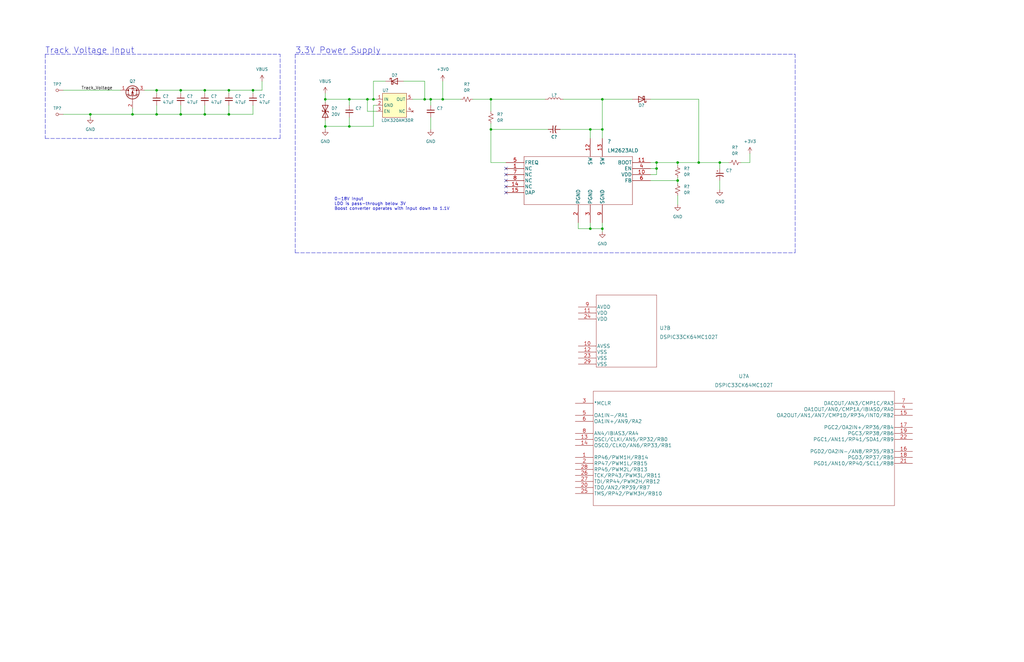
<source format=kicad_sch>
(kicad_sch (version 20211123) (generator eeschema)
  (paper "B")
  (title_block (title "DSPIC33CK_Slot_Car_ESC") (date "2022-02-21") (rev "0") (company "OberTechniks"))
  (lib_symbols
    (symbol "2022-02-21_23-12-01:DSPIC33CK64MC102T" (pin_names (offset 0.254))
      (property "Reference" "U" (at 1.27 6.35 0))
      (property "Value" "DSPIC33CK64MC102T" (at 12.7 1.27 0))
      (symbol "DSPIC33CK64MC102T_1_1"
        (polyline (pts (xy 0 -48.26) (xy 127 -48.26)) (stroke (width 0.127)))
        (polyline (pts (xy 0 0) (xy 0 -48.26)) (stroke (width 0.127)))
        (polyline (pts (xy 127 -48.26) (xy 127 0)) (stroke (width 0.127)))
        (polyline (pts (xy 127 0) (xy 0 0)) (stroke (width 0.127)))
        (pin bidirectional line (at -7.62 -27.94 0) (length 7.62) (name "RP46/PWM1H/RB14") (number "1"))
        (pin bidirectional line (at -7.62 -20.32 0) (length 7.62) (name "OSCI/CLKI/AN5/RP32/RB0") (number "13"))
        (pin bidirectional line (at -7.62 -22.86 0) (length 7.62) (name "OSCO/CLKO/AN6/RP33/RB1") (number "14"))
        (pin bidirectional line (at 134.62 -10.16 180) (length 7.62) (name "OA2OUT/AN1/AN7/CMP1D/RP34/INT0/RB2") (number "15"))
        (pin bidirectional line (at 134.62 -25.4 180) (length 7.62) (name "PGD2/OA2IN-/AN8/RP35/RB3") (number "16"))
        (pin bidirectional line (at 134.62 -15.24 180) (length 7.62) (name "PGC2/OA2IN+/RP36/RB4") (number "17"))
        (pin bidirectional line (at 134.62 -27.94 180) (length 7.62) (name "PGD3/RP37/RB5") (number "18"))
        (pin bidirectional line (at 134.62 -17.78 180) (length 7.62) (name "PGC3/RP38/RB6") (number "19"))
        (pin bidirectional line (at -7.62 -30.48 0) (length 7.62) (name "RP47/PWM1L/RB15") (number "2"))
        (pin bidirectional line (at -7.62 -40.64 0) (length 7.62) (name "TDO/AN2/RP39/RB7") (number "20"))
        (pin bidirectional line (at 134.62 -30.48 180) (length 7.62) (name "PGD1/AN10/RP40/SCL1/RB8") (number "21"))
        (pin bidirectional line (at 134.62 -20.32 180) (length 7.62) (name "PGC1/AN11/RP41/SDA1/RB9") (number "22"))
        (pin bidirectional line (at -7.62 -43.18 0) (length 7.62) (name "TMS/RP42/PWM3H/RB10") (number "25"))
        (pin bidirectional line (at -7.62 -35.56 0) (length 7.62) (name "TCK/RP43/PWM3L/RB11") (number "26"))
        (pin bidirectional line (at -7.62 -38.1 0) (length 7.62) (name "TDI/RP44/PWM2H/RB12") (number "27"))
        (pin bidirectional line (at -7.62 -33.02 0) (length 7.62) (name "RP45/PWM2L/RB13") (number "28"))
        (pin input line (at -7.62 -5.08 0) (length 7.62) (name "*MCLR") (number "3"))
        (pin bidirectional line (at 134.62 -7.62 180) (length 7.62) (name "OA1OUT/AN0/CMP1A/IBIAS0/RA0") (number "4"))
        (pin bidirectional line (at -7.62 -10.16 0) (length 7.62) (name "OA1IN-/RA1") (number "5"))
        (pin bidirectional line (at -7.62 -12.7 0) (length 7.62) (name "OA1IN+/AN9/RA2") (number "6"))
        (pin bidirectional line (at 134.62 -5.08 180) (length 7.62) (name "DACOUT/AN3/CMP1C/RA3") (number "7"))
        (pin bidirectional line (at -7.62 -17.78 0) (length 7.62) (name "AN4/IBIAS3/RA4") (number "8"))
      )
      (symbol "DSPIC33CK64MC102T_2_1"
        (polyline (pts (xy 0 -30.48) (xy 25.4 -30.48)) (stroke (width 0.127)))
        (polyline (pts (xy 0 0) (xy 0 -30.48)) (stroke (width 0.127)))
        (polyline (pts (xy 25.4 -30.48) (xy 25.4 0)) (stroke (width 0.127)))
        (polyline (pts (xy 25.4 0) (xy 0 0)) (stroke (width 0.127)))
        (pin power_in line (at -7.62 -21.59 0) (length 7.62) (name "AVSS") (number "10"))
        (pin power_in line (at -7.62 -7.62 0) (length 7.62) (name "VDD") (number "11"))
        (pin power_in line (at -7.62 -24.13 0) (length 7.62) (name "VSS") (number "12"))
        (pin power_in line (at -7.62 -26.67 0) (length 7.62) (name "VSS") (number "23"))
        (pin power_in line (at -7.62 -10.16 0) (length 7.62) (name "VDD") (number "24"))
        (pin power_in line (at -7.62 -29.21 0) (length 7.62) (name "VSS") (number "29"))
        (pin power_in line (at -7.62 -5.08 0) (length 7.62) (name "AVDD") (number "9"))
      )
    )
    (symbol "2022-02-26_02-50-42:LM2623ALD" (pin_names (offset 0.254))
      (property "Value" "LM2623ALD" (at 7.62 5.08 0))
      (symbol "LM2623ALD_1_1"
        (polyline (pts (xy 0 -20.32) (xy 0 0)))
        (polyline (pts (xy 0 -20.32) (xy 45.72 -20.32)) (stroke (width 0.127)))
        (polyline (pts (xy 45.72 -20.32) (xy 45.72 0)))
        (polyline (pts (xy 45.72 0) (xy 0 0)) (stroke (width 0.127)))
        (pin passive line (at -7.62 -5.08 0) (length 7.62) (name "NC") (number "1"))
        (pin power_in line (at 53.34 -7.62 180) (length 7.62) (name "VDD") (number "10"))
        (pin passive line (at 53.34 -2.54 180) (length 7.62) (name "BOOT") (number "11"))
        (pin unspecified line (at 27.94 7.62 270) (length 7.62) (name "SW") (number "12"))
        (pin unspecified line (at 33.02 7.62 270) (length 7.62) (name "SW") (number "13"))
        (pin passive line (at -7.62 -12.7 0) (length 7.62) (name "NC") (number "14"))
        (pin power_in line (at -7.62 -15.24 0) (length 7.62) (name "DAP") (number "15"))
        (pin power_in line (at 22.86 -27.94 90) (length 7.62) (name "PGND") (number "2"))
        (pin power_in line (at 27.94 -27.94 90) (length 7.62) (name "PGND") (number "3"))
        (pin input line (at 53.34 -5.08 180) (length 7.62) (name "EN") (number "4"))
        (pin input line (at -7.62 -2.54 0) (length 7.62) (name "FREQ") (number "5"))
        (pin input line (at 53.34 -10.16 180) (length 7.62) (name "FB") (number "6"))
        (pin passive line (at -7.62 -7.62 0) (length 7.62) (name "NC") (number "7"))
        (pin passive line (at -7.62 -10.16 0) (length 7.62) (name "NC") (number "8"))
        (pin power_in line (at 33.02 -27.94 90) (length 7.62) (name "SGND") (number "9"))
      )
    )
    (symbol "Device:C_Polarized_Small_US" (pin_numbers hide) (pin_names (offset 0.254) hide)
      (property "Reference" "C" (at 0.254 1.778 0))
      (property "Value" "C_Polarized_Small_US" (at 0.254 -2.032 0))
      (symbol "C_Polarized_Small_US_0_1"
        (polyline (pts (xy -1.524 0.508) (xy 1.524 0.508)) (stroke (width 0.3048)))
        (polyline (pts (xy -1.27 1.524) (xy -0.762 1.524)))
        (polyline (pts (xy -1.016 1.27) (xy -1.016 1.778)))
        (arc (start 1.524 -0.762) (mid 0 -0.3734) (end -1.524 -0.762) (stroke (width 0.3048)))
      )
      (symbol "C_Polarized_Small_US_1_1"
        (pin passive line (at 0 2.54 270) (length 2.032) (name "~") (number "1"))
        (pin passive line (at 0 -2.54 90) (length 2.032) (name "~") (number "2"))
      )
    )
    (symbol "Device:C_Small" (pin_numbers hide) (pin_names (offset 0.254) hide)
      (property "Reference" "C" (at 0.254 1.778 0))
      (property "Value" "C_Small" (at 0.254 -2.032 0))
      (symbol "C_Small_0_1"
        (polyline (pts (xy -1.524 -0.508) (xy 1.524 -0.508)) (stroke (width 0.3302)))
        (polyline (pts (xy -1.524 0.508) (xy 1.524 0.508)) (stroke (width 0.3048)))
      )
      (symbol "C_Small_1_1"
        (pin passive line (at 0 2.54 270) (length 2.032) (name "~") (number "1"))
        (pin passive line (at 0 -2.54 90) (length 2.032) (name "~") (number "2"))
      )
    )
    (symbol "Device:D_Schottky" (pin_numbers hide) (pin_names (offset 1.016) hide)
      (property "Reference" "D" (at 0 2.54 0))
      (property "Value" "D_Schottky" (at 0 -2.54 0))
      (symbol "D_Schottky_0_1"
        (polyline (pts (xy 1.27 0) (xy -1.27 0)))
        (polyline (pts (xy 1.27 1.27) (xy 1.27 -1.27) (xy -1.27 0) (xy 1.27 1.27)) (stroke (width 0.254)))
        (polyline (pts (xy -1.905 0.635) (xy -1.905 1.27) (xy -1.27 1.27) (xy -1.27 -1.27) (xy -0.635 -1.27) (xy -0.635 -0.635)) (stroke (width 0.254)))
      )
      (symbol "D_Schottky_1_1"
        (pin passive line (at -3.81 0 0) (length 2.54) (name "K") (number "1"))
        (pin passive line (at 3.81 0 180) (length 2.54) (name "A") (number "2"))
      )
    )
    (symbol "Device:D_TVS" (pin_numbers hide) (pin_names (offset 1.016) hide)
      (property "Reference" "D" (at 0 2.54 0))
      (property "Value" "D_TVS" (at 0 -2.54 0))
      (symbol "D_TVS_0_1"
        (polyline (pts (xy 1.27 0) (xy -1.27 0)))
        (polyline (pts (xy 0.508 1.27) (xy 0 1.27) (xy 0 -1.27) (xy -0.508 -1.27)) (stroke (width 0.254)))
        (polyline (pts (xy -2.54 1.27) (xy -2.54 -1.27) (xy 2.54 1.27) (xy 2.54 -1.27) (xy -2.54 1.27)) (stroke (width 0.254)))
      )
      (symbol "D_TVS_1_1"
        (pin passive line (at -3.81 0 0) (length 2.54) (name "A1") (number "1"))
        (pin passive line (at 3.81 0 180) (length 2.54) (name "A2") (number "2"))
      )
    )
    (symbol "Device:L" (pin_numbers hide) (pin_names (offset 1.016) hide)
      (property "Reference" "L" (at -1.27 0 90))
      (property "Value" "L" (at 1.905 0 90))
      (symbol "L_0_1"
        (arc (start 0 -2.54) (mid 0.635 -1.905) (end 0 -1.27))
        (arc (start 0 -1.27) (mid 0.635 -0.635) (end 0 0))
        (arc (start 0 0) (mid 0.635 0.635) (end 0 1.27))
        (arc (start 0 1.27) (mid 0.635 1.905) (end 0 2.54))
      )
      (symbol "L_1_1"
        (pin passive line (at 0 3.81 270) (length 1.27) (name "1") (number "1"))
        (pin passive line (at 0 -3.81 90) (length 1.27) (name "2") (number "2"))
      )
    )
    (symbol "Device:Q_PMOS_DGS" (pin_names (offset 0) hide)
      (property "Reference" "Q" (at 5.08 1.27 0))
      (property "Value" "Q_PMOS_DGS" (at 5.08 -1.27 0))
      (symbol "Q_PMOS_DGS_0_1"
        (polyline (pts (xy 0.254 0) (xy -2.54 0)))
        (polyline (pts (xy 0.254 1.905) (xy 0.254 -1.905)) (stroke (width 0.254)))
        (polyline (pts (xy 0.762 -1.27) (xy 0.762 -2.286)) (stroke (width 0.254)))
        (polyline (pts (xy 0.762 0.508) (xy 0.762 -0.508)) (stroke (width 0.254)))
        (polyline (pts (xy 0.762 2.286) (xy 0.762 1.27)) (stroke (width 0.254)))
        (polyline (pts (xy 2.54 2.54) (xy 2.54 1.778)))
        (polyline (pts (xy 2.54 -2.54) (xy 2.54 0) (xy 0.762 0)))
        (polyline (pts (xy 0.762 1.778) (xy 3.302 1.778) (xy 3.302 -1.778) (xy 0.762 -1.778)))
        (polyline (pts (xy 2.286 0) (xy 1.27 0.381) (xy 1.27 -0.381) (xy 2.286 0)) (fill (type outline)))
        (polyline (pts (xy 2.794 -0.508) (xy 2.921 -0.381) (xy 3.683 -0.381) (xy 3.81 -0.254)))
        (polyline (pts (xy 3.302 -0.381) (xy 2.921 0.254) (xy 3.683 0.254) (xy 3.302 -0.381)))
        (circle (center 1.651 0) (radius 2.794) (stroke (width 0.254)))
        (circle (center 2.54 -1.778) (radius 0.254) (fill (type outline)))
        (circle (center 2.54 1.778) (radius 0.254) (fill (type outline)))
      )
      (symbol "Q_PMOS_DGS_1_1"
        (pin passive line (at 2.54 5.08 270) (length 2.54) (name "D") (number "1"))
        (pin input line (at -5.08 0 0) (length 2.54) (name "G") (number "2"))
        (pin passive line (at 2.54 -5.08 90) (length 2.54) (name "S") (number "3"))
      )
    )
    (symbol "Device:R_Small_US" (pin_numbers hide) (pin_names (offset 0.254) hide)
      (property "Reference" "R" (at 0.762 0.508 0))
      (property "Value" "R_Small_US" (at 0.762 -1.016 0))
      (symbol "R_Small_US_1_1"
        (polyline (pts (xy 0 0) (xy 1.016 -0.381) (xy 0 -0.762) (xy -1.016 -1.143) (xy 0 -1.524)))
        (polyline (pts (xy 0 1.524) (xy 1.016 1.143) (xy 0 0.762) (xy -1.016 0.381) (xy 0 0)))
        (pin passive line (at 0 2.54 270) (length 1.016) (name "~") (number "1"))
        (pin passive line (at 0 -2.54 90) (length 1.016) (name "~") (number "2"))
      )
    )
    (symbol "LDK320:LDK320AM30R"
      (property "Reference" "U" (at 0 5.08 0))
      (property "Value" "LDK320AM30R" (at 5.08 2.54 0))
      (symbol "LDK320AM30R_0_1"
        (rectangle (start 2.54 0) (end 12.7 -10.16) (fill (type background)))
      )
      (symbol "LDK320AM30R_1_1"
        (pin power_in line (at 0 -2.54 0) (length 2.54) (name "IN") (number "1"))
        (pin input line (at 0 -5.08 0) (length 2.54) (name "GND") (number "2"))
        (pin power_in line (at 0 -7.62 0) (length 2.54) (name "EN") (number "3"))
        (pin no_connect line (at 15.24 -7.62 180) (length 2.54) (name "NC") (number "4"))
        (pin power_out line (at 15.24 -2.54 180) (length 2.54) (name "OUT") (number "5"))
      )
    )
    (symbol "dk_Test-Points:5016" (pin_numbers hide) (pin_names (offset 1.016) hide)
      (property "Reference" "TP" (at -1.27 1.27 0))
      (symbol "5016_0_1"
        (circle (center 0 0) (radius 0.5588))
      )
      (symbol "5016_1_1"
        (pin passive line (at 0 2.54 270) (length 1.905) (name "~") (number "1"))
      )
    )
    (symbol "power:+3.3V" (power) (pin_names (offset 0))
      (property "Value" "+3.3V" (at 0 3.556 0))
      (symbol "+3.3V_0_1"
        (polyline (pts (xy -0.762 1.27) (xy 0 2.54)))
        (polyline (pts (xy 0 0) (xy 0 2.54)))
        (polyline (pts (xy 0 2.54) (xy 0.762 1.27)))
      )
      (symbol "+3.3V_1_1"
        (pin power_in line (at 0 0 90) (length 0) hide (name "+3V3") (number "1"))
      )
    )
    (symbol "power:+3V0" (power) (pin_names (offset 0))
      (property "Value" "+3V0" (at 0 3.556 0))
      (symbol "+3V0_0_1"
        (polyline (pts (xy -0.762 1.27) (xy 0 2.54)))
        (polyline (pts (xy 0 0) (xy 0 2.54)))
        (polyline (pts (xy 0 2.54) (xy 0.762 1.27)))
      )
      (symbol "+3V0_1_1"
        (pin power_in line (at 0 0 90) (length 0) hide (name "+3V0") (number "1"))
      )
    )
    (symbol "power:GND" (power) (pin_names (offset 0))
      (property "Value" "GND" (at 0 -3.81 0))
      (symbol "GND_0_1"
        (polyline (pts (xy 0 0) (xy 0 -1.27) (xy 1.27 -1.27) (xy 0 -2.54) (xy -1.27 -1.27) (xy 0 -1.27)))
      )
      (symbol "GND_1_1"
        (pin power_in line (at 0 0 270) (length 0) hide (name "GND") (number "1"))
      )
    )
    (symbol "power:VBUS" (power) (pin_names (offset 0))
      (property "Value" "VBUS" (at 0 3.81 0))
      (symbol "VBUS_0_1"
        (polyline (pts (xy -0.762 1.27) (xy 0 2.54)))
        (polyline (pts (xy 0 0) (xy 0 2.54)))
        (polyline (pts (xy 0 2.54) (xy 0.762 1.27)))
      )
      (symbol "VBUS_1_1"
        (pin power_in line (at 0 0 90) (length 0) hide (name "VBUS") (number "1"))
      )
    )
  )
  (junction (at 96.52 48.26))
  (junction (at 254 54.61))
  (junction (at 38.1 48.26))
  (junction (at 254 41.91))
  (junction (at 137.16 53.34))
  (junction (at 179.07 41.91))
  (junction (at 207.01 41.91))
  (junction (at 285.75 76.2))
  (junction (at 154.94 41.91))
  (junction (at 66.04 38.1))
  (junction (at 276.86 71.12))
  (junction (at 86.36 48.26))
  (junction (at 55.88 48.26))
  (junction (at 86.36 38.1))
  (junction (at 285.75 68.58))
  (junction (at 303.53 68.58))
  (junction (at 181.61 41.91))
  (junction (at 96.52 38.1))
  (junction (at 248.92 96.52))
  (junction (at 147.32 41.91))
  (junction (at 248.92 54.61))
  (junction (at 76.2 48.26))
  (junction (at 137.16 41.91))
  (junction (at 276.86 68.58))
  (junction (at 106.68 38.1))
  (junction (at 157.48 41.91))
  (junction (at 294.64 68.58))
  (junction (at 76.2 38.1))
  (junction (at 147.32 53.34))
  (junction (at 186.69 41.91))
  (junction (at 66.04 48.26))
  (junction (at 207.01 54.61))
  (junction (at 254 96.52))
  (no_connect (at 213.36 73.66))
  (no_connect (at 213.36 71.12))
  (no_connect (at 213.36 76.2))
  (no_connect (at 213.36 78.74))
  (no_connect (at 213.36 81.28))
  (wire (pts (xy 254 41.91) (xy 254 54.61)))
  (wire (pts (xy 254 41.91) (xy 266.7 41.91)))
  (wire (pts (xy 55.88 45.72) (xy 55.88 48.26)))
  (wire (pts (xy 285.75 68.58) (xy 285.75 69.85)))
  (wire (pts (xy 274.32 71.12) (xy 276.86 71.12)))
  (wire (pts (xy 181.61 41.91) (xy 186.69 41.91)))
  (polyline (pts (xy 124.46 22.86) (xy 124.46 106.68)))
  (wire (pts (xy 96.52 38.1) (xy 106.68 38.1)))
  (wire (pts (xy 179.07 34.29) (xy 179.07 41.91)))
  (wire (pts (xy 276.86 73.66) (xy 276.86 71.12)))
  (wire (pts (xy 106.68 48.26) (xy 96.52 48.26)))
  (wire (pts (xy 237.49 41.91) (xy 254 41.91)))
  (wire (pts (xy 66.04 48.26) (xy 55.88 48.26)))
  (wire (pts (xy 243.84 93.98) (xy 243.84 96.52)))
  (wire (pts (xy 38.1 48.26) (xy 38.1 49.53)))
  (wire (pts (xy 316.23 68.58) (xy 312.42 68.58)))
  (wire (pts (xy 274.32 41.91) (xy 294.64 41.91)))
  (wire (pts (xy 86.36 48.26) (xy 76.2 48.26)))
  (polyline (pts (xy 19.05 22.86) (xy 118.11 22.86)))
  (wire (pts (xy 154.94 41.91) (xy 147.32 41.91)))
  (polyline (pts (xy 124.46 22.86) (xy 335.28 22.86)))
  (wire (pts (xy 137.16 53.34) (xy 137.16 54.61)))
  (wire (pts (xy 55.88 48.26) (xy 38.1 48.26)))
  (polyline (pts (xy 118.11 58.42) (xy 118.11 22.86)))
  (wire (pts (xy 110.49 38.1) (xy 110.49 34.29)))
  (wire (pts (xy 147.32 53.34) (xy 137.16 53.34)))
  (wire (pts (xy 316.23 64.77) (xy 316.23 68.58)))
  (wire (pts (xy 147.32 41.91) (xy 137.16 41.91)))
  (wire (pts (xy 274.32 73.66) (xy 276.86 73.66)))
  (wire (pts (xy 179.07 41.91) (xy 173.99 41.91)))
  (wire (pts (xy 60.96 38.1) (xy 66.04 38.1)))
  (wire (pts (xy 254 54.61) (xy 254 58.42)))
  (wire (pts (xy 207.01 54.61) (xy 207.01 68.58)))
  (wire (pts (xy 186.69 41.91) (xy 186.69 34.29)))
  (wire (pts (xy 303.53 68.58) (xy 303.53 71.12)))
  (wire (pts (xy 248.92 96.52) (xy 254 96.52)))
  (wire (pts (xy 294.64 68.58) (xy 303.53 68.58)))
  (wire (pts (xy 181.61 49.53) (xy 181.61 54.61)))
  (wire (pts (xy 274.32 68.58) (xy 276.86 68.58)))
  (wire (pts (xy 76.2 38.1) (xy 86.36 38.1)))
  (wire (pts (xy 106.68 38.1) (xy 106.68 39.37)))
  (wire (pts (xy 86.36 38.1) (xy 86.36 39.37)))
  (wire (pts (xy 157.48 41.91) (xy 158.75 41.91)))
  (wire (pts (xy 170.18 34.29) (xy 179.07 34.29)))
  (wire (pts (xy 157.48 53.34) (xy 147.32 53.34)))
  (wire (pts (xy 199.39 41.91) (xy 207.01 41.91)))
  (polyline (pts (xy 19.05 22.86) (xy 19.05 58.42)))
  (wire (pts (xy 248.92 54.61) (xy 248.92 58.42)))
  (wire (pts (xy 137.16 50.8) (xy 137.16 53.34)))
  (wire (pts (xy 207.01 41.91) (xy 207.01 46.99)))
  (wire (pts (xy 96.52 44.45) (xy 96.52 48.26)))
  (wire (pts (xy 66.04 44.45) (xy 66.04 48.26)))
  (wire (pts (xy 86.36 44.45) (xy 86.36 48.26)))
  (wire (pts (xy 26.67 38.1) (xy 50.8 38.1)))
  (wire (pts (xy 285.75 68.58) (xy 294.64 68.58)))
  (wire (pts (xy 179.07 41.91) (xy 181.61 41.91)))
  (wire (pts (xy 186.69 41.91) (xy 194.31 41.91)))
  (wire (pts (xy 181.61 41.91) (xy 181.61 44.45)))
  (wire (pts (xy 66.04 38.1) (xy 66.04 39.37)))
  (wire (pts (xy 303.53 68.58) (xy 307.34 68.58)))
  (wire (pts (xy 106.68 38.1) (xy 110.49 38.1)))
  (wire (pts (xy 236.22 54.61) (xy 248.92 54.61)))
  (wire (pts (xy 207.01 68.58) (xy 213.36 68.58)))
  (wire (pts (xy 157.48 34.29) (xy 157.48 41.91)))
  (wire (pts (xy 248.92 93.98) (xy 248.92 96.52)))
  (wire (pts (xy 207.01 54.61) (xy 231.14 54.61)))
  (wire (pts (xy 207.01 41.91) (xy 229.87 41.91)))
  (wire (pts (xy 243.84 96.52) (xy 248.92 96.52)))
  (wire (pts (xy 207.01 52.07) (xy 207.01 54.61)))
  (polyline (pts (xy 335.28 106.68) (xy 335.28 22.86)))
  (wire (pts (xy 158.75 44.45) (xy 157.48 44.45)))
  (wire (pts (xy 76.2 48.26) (xy 66.04 48.26)))
  (wire (pts (xy 76.2 38.1) (xy 76.2 39.37)))
  (wire (pts (xy 96.52 48.26) (xy 86.36 48.26)))
  (wire (pts (xy 274.32 76.2) (xy 285.75 76.2)))
  (wire (pts (xy 147.32 49.53) (xy 147.32 53.34)))
  (wire (pts (xy 254 93.98) (xy 254 96.52)))
  (wire (pts (xy 86.36 38.1) (xy 96.52 38.1)))
  (wire (pts (xy 254 96.52) (xy 254 97.79)))
  (wire (pts (xy 66.04 38.1) (xy 76.2 38.1)))
  (wire (pts (xy 147.32 41.91) (xy 147.32 44.45)))
  (wire (pts (xy 154.94 41.91) (xy 157.48 41.91)))
  (wire (pts (xy 106.68 44.45) (xy 106.68 48.26)))
  (wire (pts (xy 285.75 82.55) (xy 285.75 86.36)))
  (wire (pts (xy 303.53 76.2) (xy 303.53 80.01)))
  (wire (pts (xy 285.75 76.2) (xy 285.75 77.47)))
  (wire (pts (xy 276.86 68.58) (xy 285.75 68.58)))
  (wire (pts (xy 96.52 38.1) (xy 96.52 39.37)))
  (wire (pts (xy 285.75 74.93) (xy 285.75 76.2)))
  (wire (pts (xy 248.92 54.61) (xy 254 54.61)))
  (wire (pts (xy 276.86 68.58) (xy 276.86 71.12)))
  (wire (pts (xy 26.67 48.26) (xy 38.1 48.26)))
  (wire (pts (xy 137.16 39.37) (xy 137.16 41.91)))
  (wire (pts (xy 157.48 44.45) (xy 157.48 53.34)))
  (wire (pts (xy 162.56 34.29) (xy 157.48 34.29)))
  (wire (pts (xy 294.64 41.91) (xy 294.64 68.58)))
  (wire (pts (xy 154.94 46.99) (xy 154.94 41.91)))
  (wire (pts (xy 137.16 41.91) (xy 137.16 43.18)))
  (polyline (pts (xy 19.05 58.42) (xy 118.11 58.42)))
  (polyline (pts (xy 124.46 106.68) (xy 335.28 106.68)))
  (wire (pts (xy 158.75 46.99) (xy 154.94 46.99)))
  (wire (pts (xy 76.2 44.45) (xy 76.2 48.26)))
  (text "3.3V Power Supply" (at 124.46 22.86 0) (effects (font (size 2.54 2.54)) (justify left bottom)))
  (text "Track Voltage Input" (at 19.05 22.86 0) (effects (font (size 2.54 2.54)) (justify left bottom)))
  (text "0-18V Input\nLDO is pass-through below 3V\nBoost converter operates with input down to 1.1V" (at 140.97 88.9 0) (effects (font (size 1.27 1.27)) (justify left bottom)))
  (label "Track_Voltage" (at 34.29 38.1 0))
  (symbol (lib_id "Device:C_Small") (at 66.04 41.91 0) (unit 1)
    (property "Reference" "C?" (at 68.58 40.6462 0) (effects (justify left)))
    (property "Value" "47uF" (at 68.58 43.1862 0) (effects (justify left)))
  )
  (symbol (lib_id "Device:C_Polarized_Small_US") (at 233.68 54.61 90) (unit 1)
    (property "Reference" "C?" (at 233.68 57.785 90))
    (property "Value" "C_Polarized_Small_US" (effects hide))
  )
  (symbol (lib_id "power:GND") (at 254 97.79 0) (unit 1)
    (property "Reference" "#PWR?" (effects hide))
    (property "Value" "GND" (at 254 102.87 0))
  )
  (symbol (lib_id "Device:R_Small_US") (at 196.85 41.91 90) (unit 1)
    (property "Reference" "R?" (at 196.85 35.56 90))
    (property "Value" "0R" (at 196.85 38.1 90))
  )
  (symbol (lib_id "Device:C_Small") (at 76.2 41.91 0) (unit 1)
    (property "Reference" "C?" (at 78.74 40.6462 0) (effects (justify left)))
    (property "Value" "47uF" (at 78.74 43.1862 0) (effects (justify left)))
  )
  (symbol (lib_id "2022-02-21_23-12-01:DSPIC33CK64MC102T") (at 251.46 124.46 0) (unit 2)
    (property "Reference" "U?" (at 278.13 138.43 0) (effects (font (size 1.524 1.524)) (justify left)))
    (property "Value" "DSPIC33CK64MC102T" (at 278.13 142.24 0) (effects (font (size 1.524 1.524)) (justify left)))
    (property "Footprint" "UQFN28_2N_MCH" (effects hide))
  )
  (symbol (lib_id "Device:C_Small") (at 147.32 46.99 0) (unit 1)
    (property "Reference" "C?" (at 149.86 45.7262 0) (effects (justify left)))
    (property "Value" "C_Small" (effects hide))
  )
  (symbol (lib_id "Device:C_Small") (at 181.61 46.99 0) (unit 1)
    (property "Reference" "C?" (at 184.15 45.7262 0) (effects (justify left)))
    (property "Value" "C_Small" (effects hide))
  )
  (symbol (lib_id "Device:R_Small_US") (at 309.88 68.58 90) (unit 1)
    (property "Reference" "R?" (at 309.88 62.23 90))
    (property "Value" "0R" (at 309.88 64.77 90))
  )
  (symbol (lib_id "2022-02-21_23-12-01:DSPIC33CK64MC102T") (at 250.19 165.1 0) (unit 1)
    (property "Reference" "U?" (at 313.69 158.75 0) (effects (font (size 1.524 1.524))))
    (property "Value" "DSPIC33CK64MC102T" (at 313.69 162.56 0) (effects (font (size 1.524 1.524))))
    (property "Footprint" "UQFN28_2N_MCH" (effects hide))
  )
  (symbol (lib_id "LDK320:LDK320AM30R") (at 158.75 39.37 0) (unit 1)
    (property "Reference" "U?" (at 162.56 38.1 0))
    (property "Value" "LDK320AM30R" (at 167.64 50.8 0))
  )
  (symbol (lib_id "power:VBUS") (at 137.16 39.37 0) (unit 1)
    (property "Reference" "#PWR?" (effects hide))
    (property "Value" "VBUS" (at 137.16 34.29 0))
  )
  (symbol (lib_id "Device:R_Small_US") (at 285.75 72.39 180) (unit 1)
    (property "Reference" "R?" (at 288.29 71.1199 0) (effects (justify right)))
    (property "Value" "0R" (at 288.29 73.6599 0) (effects (justify right)))
  )
  (symbol (lib_id "Device:C_Small") (at 106.68 41.91 0) (unit 1)
    (property "Reference" "C?" (at 109.22 40.6462 0) (effects (justify left)))
    (property "Value" "47uF" (at 109.22 43.1862 0) (effects (justify left)))
  )
  (symbol (lib_id "Device:D_TVS") (at 137.16 46.99 90) (unit 1)
    (property "Reference" "D?" (at 139.7 45.7199 90) (effects (justify right)))
    (property "Value" "20V" (at 139.7 48.2599 90) (effects (justify right)))
  )
  (symbol (lib_id "power:GND") (at 285.75 86.36 0) (unit 1)
    (property "Reference" "#PWR?" (effects hide))
    (property "Value" "GND" (at 285.75 91.44 0))
  )
  (symbol (lib_id "Device:R_Small_US") (at 207.01 49.53 180) (unit 1)
    (property "Reference" "R?" (at 209.55 48.2599 0) (effects (justify right)))
    (property "Value" "0R" (at 209.55 50.7999 0) (effects (justify right)))
  )
  (symbol (lib_id "Device:D_Schottky") (at 166.37 34.29 0) (unit 1)
    (property "Reference" "D?" (at 166.37 31.75 0))
    (property "Value" "D_Schottky" (effects hide))
  )
  (symbol (lib_id "power:GND") (at 181.61 54.61 0) (unit 1)
    (property "Reference" "#PWR?" (effects hide))
    (property "Value" "GND" (at 181.61 59.69 0))
  )
  (symbol (lib_id "power:GND") (at 303.53 80.01 0) (unit 1)
    (property "Reference" "#PWR?" (effects hide))
    (property "Value" "GND" (at 303.53 85.09 0))
  )
  (symbol (lib_id "power:GND") (at 38.1 49.53 0) (unit 1)
    (property "Reference" "#PWR?" (effects hide))
    (property "Value" "GND" (at 38.1 54.61 0))
  )
  (symbol (lib_id "Device:C_Small") (at 86.36 41.91 0) (unit 1)
    (property "Reference" "C?" (at 88.9 40.6462 0) (effects (justify left)))
    (property "Value" "47uF" (at 88.9 43.1862 0) (effects (justify left)))
  )
  (symbol (lib_id "dk_Test-Points:5016") (at 24.13 38.1 270) (unit 1)
    (property "Reference" "TP?" (at 24.1681 35.56 90))
    (property "Value" "5016" (effects hide))
    (property "Footprint" "digikey-footprints:Test_Point_3.43x1.78mm" (effects hide))
    (property "Datasheet" "http://www.keyelco.com/product-pdf.cfm?p=1354" (effects hide))
    (property "Digi-Key_PN" "36-5016CT-ND" (effects hide))
    (property "MPN" "5016" (effects hide))
    (property "Category" "Test and Measurement" (effects hide))
    (property "Family" "Test Points" (effects hide))
    (property "DK_Datasheet_Link" "http://www.keyelco.com/product-pdf.cfm?p=1354" (effects hide))
    (property "DK_Detail_Page" "/product-detail/en/keystone-electronics/5016/36-5016CT-ND/278888" (effects hide))
    (property "Description" "PC TEST POINT COMPACT" (effects hide))
    (property "Manufacturer" "Keystone Electronics" (effects hide))
    (property "Status" "Active" (effects hide))
  )
  (symbol (lib_id "power:+3V0") (at 186.69 34.29 0) (unit 1)
    (property "Reference" "#PWR?" (effects hide))
    (property "Value" "+3V0" (at 186.69 29.21 0))
  )
  (symbol (lib_id "Device:C_Polarized_Small_US") (at 303.53 73.66 0) (unit 1)
    (property "Reference" "C?" (at 306.07 71.9581 0) (effects (justify left)))
    (property "Value" "C_Polarized_Small_US" (effects hide))
  )
  (symbol (lib_id "Device:R_Small_US") (at 285.75 80.01 180) (unit 1)
    (property "Reference" "R?" (at 288.29 78.7399 0) (effects (justify right)))
    (property "Value" "0R" (at 288.29 81.2799 0) (effects (justify right)))
  )
  (symbol (lib_id "power:GND") (at 137.16 54.61 0) (unit 1)
    (property "Reference" "#PWR?" (effects hide))
    (property "Value" "GND" (at 137.16 59.69 0))
  )
  (symbol (lib_id "Device:Q_PMOS_DGS") (at 55.88 40.64 90) (unit 1)
    (property "Reference" "Q?" (at 55.88 34.29 90))
    (property "Value" "Q_PMOS_DGS" (effects hide))
  )
  (symbol (lib_id "power:VBUS") (at 110.49 34.29 0) (unit 1)
    (property "Reference" "#PWR?" (effects hide))
    (property "Value" "VBUS" (at 110.49 29.21 0))
  )
  (symbol (lib_id "dk_Test-Points:5016") (at 24.13 48.26 270) (unit 1)
    (property "Reference" "TP?" (at 24.1681 45.72 90))
    (property "Value" "5016" (effects hide))
    (property "Footprint" "digikey-footprints:Test_Point_3.43x1.78mm" (effects hide))
    (property "Datasheet" "http://www.keyelco.com/product-pdf.cfm?p=1354" (effects hide))
    (property "Digi-Key_PN" "36-5016CT-ND" (effects hide))
    (property "MPN" "5016" (effects hide))
    (property "Category" "Test and Measurement" (effects hide))
    (property "Family" "Test Points" (effects hide))
    (property "DK_Datasheet_Link" "http://www.keyelco.com/product-pdf.cfm?p=1354" (effects hide))
    (property "DK_Detail_Page" "/product-detail/en/keystone-electronics/5016/36-5016CT-ND/278888" (effects hide))
    (property "Description" "PC TEST POINT COMPACT" (effects hide))
    (property "Manufacturer" "Keystone Electronics" (effects hide))
    (property "Status" "Active" (effects hide))
  )
  (symbol (lib_id "power:+3.3V") (at 316.23 64.77 0) (unit 1)
    (property "Reference" "#PWR?" (effects hide))
    (property "Value" "+3.3V" (at 316.23 59.69 0))
  )
  (symbol (lib_id "Device:D_Schottky") (at 270.51 41.91 180) (unit 1)
    (property "Reference" "D?" (at 270.51 44.45 0))
    (property "Value" "D_Schottky" (effects hide))
  )
  (symbol (lib_id "Device:L") (at 233.68 41.91 90) (unit 1)
    (property "Reference" "L?" (at 233.68 40.132 90))
    (property "Value" "L" (effects hide))
  )
  (symbol (lib_id "2022-02-26_02-50-42:LM2623ALD") (at 220.98 66.04 0) (unit 1)
    (property "Reference" "?" (at 256.1451 59.69 0) (effects (font (size 1.524 1.524)) (justify left)))
    (property "Value" "LM2623ALD" (at 256.1451 63.5 0) (effects (font (size 1.524 1.524)) (justify left)))
    (property "Footprint" "LDA14A" (effects hide))
  )
  (symbol (lib_id "Device:C_Small") (at 96.52 41.91 0) (unit 1)
    (property "Reference" "C?" (at 99.06 40.6462 0) (effects (justify left)))
    (property "Value" "47uF" (at 99.06 43.1862 0) (effects (justify left)))
  )
)
</source>
